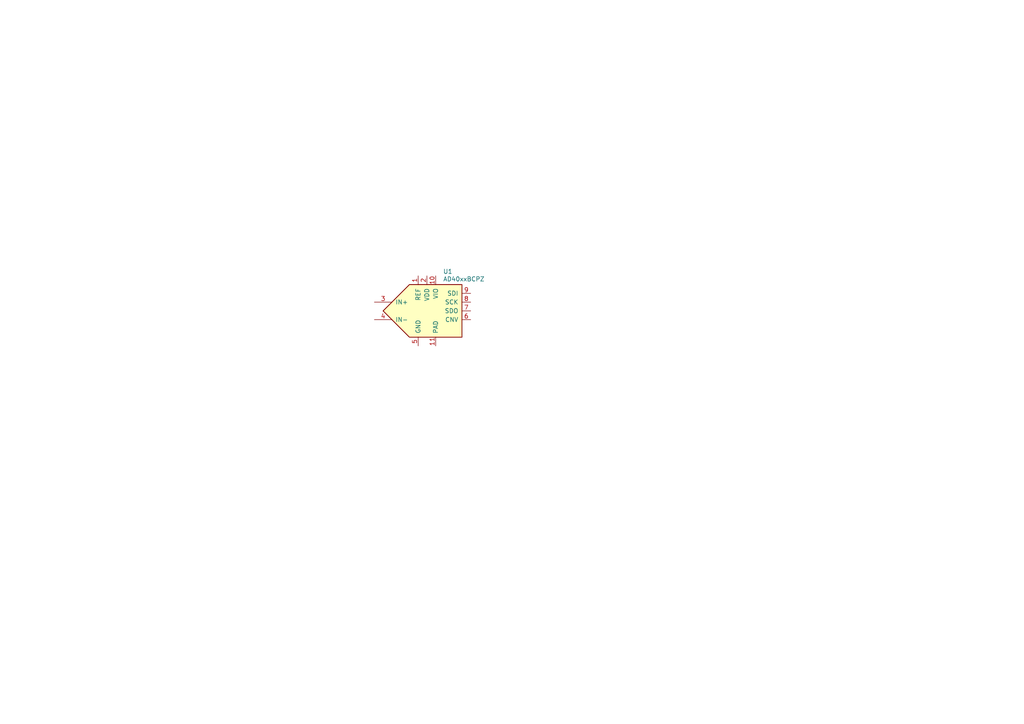
<source format=kicad_sch>
(kicad_sch (version 20250318) (generator eeschema)
  (paper "A4")
  (title_block)
  (lib_symbols
    (symbol "Analog_ADC:AD40xxBCPZ" (pin_names (offset 1.016))
      (property "Reference" "U" (at 5.08 8.89 0))
      (property "Value" "AD40xxBCPZ" (at 10.16 -8.89 0))
      (symbol "AD40xxBCPZ_1_1"
        (pin input line (at -2.54 10.16 270) (length 2.54) (name "REF") (number "1"))
        (pin power_in line (at 2.54 10.16 270) (length 2.54) (name "VIO") (number "10"))
        (pin power_in line (at 2.54 -10.16 90) (length 2.54) (name "PAD") (number "11"))
        (pin power_in line (at 0 10.16 270) (length 2.54) (name "VDD") (number "2"))
        (pin input line (at -15.24 2.54 0) (length 5.08) (name "IN+") (number "3"))
        (pin input line (at -15.24 -2.54 0) (length 5.08) (name "IN-") (number "4"))
        (pin power_in line (at -2.54 -10.16 90) (length 2.54) (name "GND") (number "5"))
        (pin input line (at 12.7 -2.54 180) (length 2.54) (name "CNV") (number "6"))
        (pin output line (at 12.7 0 180) (length 2.54) (name "SDO") (number "7"))
        (pin input line (at 12.7 2.54 180) (length 2.54) (name "SCK") (number "8"))
        (pin input line (at 12.7 5.08 180) (length 2.54) (name "SDI") (number "9"))
        (polyline (pts (xy -5.08 7.62) (xy -12.7 0) (xy -5.08 -7.62) (xy 10.16 -7.62) (xy 10.16 7.62) (xy -5.08 7.62)) (stroke (width 0.254)) (fill (type background)))
      )
    )
  )
  (symbol (lib_id "Analog_ADC:AD40xxBCPZ") (at 123.825 90.17 0) (unit 1)
    (property "Reference" "U1" (at 129.883384 78.746048 0))
    (property "Value" "AD40xxBCPZ" (at 134.54005 80.940124 0))
    (property "Footprint" "Package_CSP:LFCSP-WD-10-1EP_3x3mm_P0.5mm_EP1.64x2.38mm" (effects (hide yes)))
    (property "Datasheet" "https://www.analog.com/media/en/technical-documentation/data-sheets/ad4003-4007-4011.pdf" (effects (hide yes)))
    (property "Description" "18-Bit, 2 MSPS/1 MSPS/500 kSPS, Differential SAR ADCs, 2.4V to 5.1V reference, 1.8V supply, 1.71 to 5.5V logic IO, 3x3mm LFCSP-10" (effects (hide yes)))
    (property "ki_keywords" "ADC 18-bit AD4003BCPZ AD4007BCPZ AD4011BCPZ" (effects (hide yes)))
    (property "ki_fp_filters" "*LFCSP?WD*EP?3x3mm?P0.5mm?EP1.64x2.38mm*" (effects (hide yes)))
  )
)
</source>
